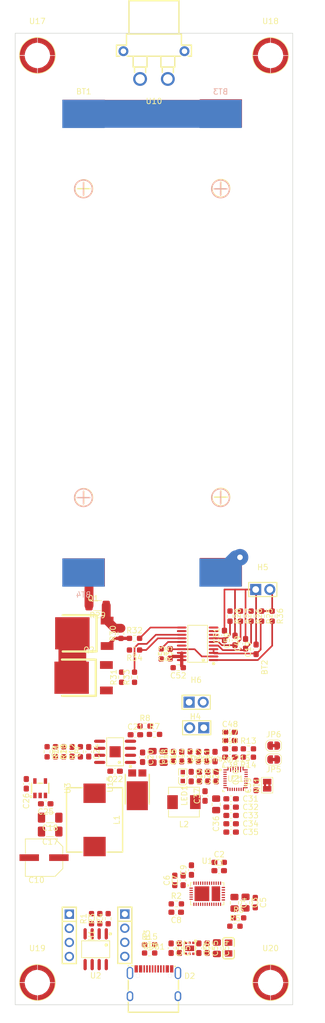
<source format=kicad_pcb>
(kicad_pcb (version 20240108) (generator "pcbnew") (generator_version "8.0")
  (layers (0 "F.Cu" signal) (1 "In1.Cu" signal) (2 "In2.Cu" signal) (31 "B.Cu" signal) (34 "B.Paste" user) (35 "F.Paste" user) (36 "B.SilkS" user "B.Silkscreen") (37 "F.SilkS" user "F.Silkscreen") (38 "B.Mask" user) (39 "F.Mask" user) (44 "Edge.Cuts" user))
  (net 0 "")
  (net 1 "-BATT")
  (net 2 "Net-(BT1-Pad2)")
  (net 3 "Net-(BT2-Pad2)")
  (net 4 "Net-(BT3-Pad2)")
  (net 5 "C_CC1")
  (net 6 "GND")
  (net 7 "PPHV")
  (net 8 "LDO_1V5")
  (net 9 "LDO_3V3")
  (net 10 "P3V3")
  (net 11 "PP5V")
  (net 12 "SYS")
  (net 13 "Net-(U16-VC4)")
  (net 14 "Net-(U4-SS)")
  (net 15 "Net-(U4-PH)")
  (net 16 "Net-(U4-BOOT)")
  (net 17 "Net-(C23-Pad2)")
  (net 18 "Net-(U4-COMP)")
  (net 19 "PMID")
  (net 20 "REGN")
  (net 21 "BTST1")
  (net 22 "AGND")
  (net 23 "Net-(U16-VC3)")
  (net 24 "Net-(U16-VC2)")
  (net 25 "Net-(U16-VC1)")
  (net 26 "Net-(U16-VDD)")
  (net 27 "Net-(U16-AVDD)")
  (net 28 "Net-(C54-Pad2)")
  (net 29 "VBUS")
  (net 30 "I2C_SCL")
  (net 31 "I2C_SDA")
  (net 32 "I2C1_SCL")
  (net 33 "I2C1_SDA")
  (net 34 "Net-(JP5-B)")
  (net 35 "Net-(JP6-B)")
  (net 36 "STAT")
  (net 37 "Net-(Q1-G)")
  (net 38 "Net-(Q1-D)")
  (net 39 "Net-(Q1-S)")
  (net 40 "Net-(Q2-G)")
  (net 41 "Net-(U2-A2)")
  (net 42 "Net-(U2-WP)")
  (net 43 "Net-(U2-A1)")
  (net 44 "Net-(U2-A0)")
  (net 45 "Net-(U4-EN)")
  (net 46 "Net-(R10-Pad2)")
  (net 47 "Net-(U4-VSENSE)")
  (net 48 "PROG")
  (net 49 "Net-(U16-DSG)")
  (net 50 "Net-(U16-CHG)")
  (net 51 "Net-(U16-LD)")
  (net 52 "Net-(U16-TS)")
  (net 53 "DRAIN")
  (net 54 "C_USB_P")
  (net 56 "C_USB_N")
  (net 64 "ILIM_HIZ")
  (net 87 "+BATT")
  (net 88 "Net-(U21-SW1)")
  (net 89 "Net-(U21-SW2)")
  (net 90 "Net-(U21-BTST2)")
  (net 91 "Net-(U21-SDRV)")
  (net 92 "Net-(R13-Pad1)")
  (net 97 "TS")
  (footprint "Capacitor_SMD:C_0603_1608Metric_Pad1.08x0.95mm_HandSolder" (layer "F.Cu") (at 138.655 152.1125)
    (property "Reference" "C21")
    (property "Value" "10nF/100V")
  )
  (footprint "Capacitor_SMD:C_0805_2012Metric_Pad1.18x1.45mm_HandSolder" (layer "F.Cu") (at 153.34 190.565 -90)
    (property "Reference" "C54")
    (property "Value" "4.7uF")
  )
  (footprint "Capacitor_SMD:C_0603_1608Metric_Pad1.08x0.95mm_HandSolder" (layer "F.Cu") (at 146.0075 184.08 180)
    (property "Reference" "C8")
    (property "Value" "0.1uF")
  )
  (footprint "easyeda2kicad:SMD_BD5.6-L5.6-W5.6-D4.1" (layer "F.Cu") (at 162.99 29.75)
    (property "Reference" "U18")
    (property "Value" "SMTSO3015CTJ")
  )
  (footprint "Capacitor_SMD:C_0603_1608Metric_Pad1.08x0.95mm_HandSolder" (layer "F.Cu") (at 147.000001 156.05 90)
    (property "Reference" "C45")
    (property "Value" "10uF/25V")
  )
  (footprint "Resistor_SMD:R_0603_1608Metric_Pad0.98x0.95mm_HandSolder" (layer "F.Cu") (at 128.75 155.1825 90)
    (property "Reference" "R12")
    (property "Value" "37.4k")
  )
  (footprint "Resistor_SMD:R_0603_1608Metric_Pad0.98x0.95mm_HandSolder" (layer "F.Cu") (at 143.3 137.55 -90)
    (property "Reference" "R35")
    (property "Value" "10k")
  )
  (footprint "Capacitor_SMD:C_0603_1608Metric_Pad1.08x0.95mm_HandSolder" (layer "F.Cu") (at 122.5 164.55 180)
    (property "Reference" "C25")
    (property "Value" "10uF")
  )
  (footprint "Capacitor_SMD:C_0603_1608Metric_Pad1.08x0.95mm_HandSolder" (layer "F.Cu") (at 135 158.6825 180)
    (property "Reference" "C22")
    (property "Value" "0.1uF")
  )
  (footprint "easyeda2kicad:IND-SMD_L11.6-W10.1" (layer "F.Cu") (at 131.3 167.45 -90)
    (property "Reference" "L1")
    (property "Value" "CYA1040-4.7UH")
  )
  (footprint "Capacitor_SMD:C_0603_1608Metric_Pad1.08x0.95mm_HandSolder" (layer "F.Cu") (at 154.7 134.23 90)
    (property "Reference" "C51")
    (property "Value" "100nF")
  )
  (footprint "Resistor_SMD:R_0603_1608Metric_Pad0.98x0.95mm_HandSolder" (layer "F.Cu") (at 141.22 191.43)
    (property "Reference" "R16")
    (property "Value" "2.2k")
  )
  (footprint "easyeda2kicad:IND-SMD_L5.4-W5.2" (layer "F.Cu") (at 147.4 164.25 180)
    (property "Reference" "L2")
    (property "Value" "APH0518T1R0M")
  )
  (footprint "easyeda2kicad:LED0603-RD" (layer "F.Cu") (at 147.2 159.65 90)
    (property "Reference" "LED1")
    (property "Value" "LTST-C190GKT")
  )
  (footprint "Capacitor_SMD:C_0805_2012Metric_Pad1.18x1.45mm_HandSolder" (layer "F.Cu") (at 141.75 156.1025 -90)
    (property "Reference" "C16")
    (property "Value" "4.7uF/50V")
  )
  (footprint "Capacitor_SMD:C_0603_1608Metric_Pad1.08x0.95mm_HandSolder" (layer "F.Cu") (at 160.25 182.35 -90)
    (property "Reference" "C5")
    (property "Value" "0.1uF")
  )
  (footprint "Capacitor_SMD:C_0603_1608Metric_Pad1.08x0.95mm_HandSolder" (layer "F.Cu") (at 119 160.95 90)
    (property "Reference" "C26")
    (property "Value" "10uF")
  )
  (footprint "Capacitor_SMD:C_0603_1608Metric_Pad1.08x0.95mm_HandSolder" (layer "F.Cu") (at 144.91 137.53 90)
    (property "Reference" "C53")
    (property "Value" "1uF")
  )
  (footprint "Resistor_SMD:R_0603_1608Metric_Pad0.98x0.95mm_HandSolder" (layer "F.Cu") (at 141.22 189.93)
    (property "Reference" "R15")
    (property "Value" "2.2k")
  )
  (footprint "Capacitor_SMD:C_0603_1608Metric_Pad1.08x0.95mm_HandSolder" (layer "F.Cu") (at 160.400001 161.25 90)
    (property "Reference" "C39")
    (property "Value" "1000pF/50V")
  )
  (footprint "easyeda2kicad:BATTERY-SMD_18650-1S-L77.1-W20.7-1" (layer "F.Cu") (at 154.05 81.5 180)
    (property "Reference" "BT2")
    (property "Value" "BH-18650-B1BA002")
  )
  (footprint "Resistor_SMD:R_0603_1608Metric_Pad0.98x0.95mm_HandSolder" (layer "F.Cu") (at 157.6 130.75 -90)
    (property "Reference" "R27")
    (property "Value" "1K")
  )
  (footprint "Resistor_SMD:R_0603_1608Metric_Pad0.98x0.95mm_HandSolder" (layer "F.Cu") (at 161.4 130.75 -90)
    (property "Reference" "R25")
    (property "Value" "1K")
  )
  (footprint "easyeda2kicad:BATTERY-SMD_18650-1S-L77.1-W20.7-1" (layer "F.Cu") (at 129.35 81.56)
    (property "Reference" "BT1")
    (property "Value" "BH-18650-B1BA002")
  )
  (footprint "easyeda2kicad:CAP-SMD_BD6.3-L6.6-W6.6-FD-A" (layer "F.Cu") (at 122.2 174.25 180)
    (property "Reference" "C10")
    (property "Value" "OVZ101M1CTR-0606")
  )
  (footprint "easyeda2kicad:USB-3.1-SMD_U262-161N-4BVC11" (layer "F.Cu") (at 142 196.75)
    (property "Reference" "USB1")
    (property "Value" "U262-16XN-4BVC11")
  )
  (footprint "Capacitor_SMD:C_0603_1608Metric_Pad1.08x0.95mm_HandSolder" (layer "F.Cu") (at 148.500001 155.9875 90)
    (property "Reference" "C44")
    (property "Value" "10uF/25V")
  )
  (footprint "Resistor_SMD:R_0603_1608Metric_Pad0.98x0.95mm_HandSolder" (layer "F.Cu") (at 159.5 130.75 -90)
    (property "Reference" "R26")
    (property "Value" "1K")
  )
  (footprint "Capacitor_SMD:C_0603_1608Metric_Pad1.08x0.95mm_HandSolder" (layer "F.Cu") (at 155.700001 156.15 180)
    (property "Reference" "C38")
    (property "Value" "0.047uF")
  )
  (footprint "Capacitor_SMD:C_0603_1608Metric_Pad1.08x0.95mm_HandSolder" (layer "F.Cu") (at 148.75 176.4875 90)
    (property "Reference" "C9")
    (property "Value" "10uF")
  )
  (footprint "Capacitor_SMD:C_0805_2012Metric_Pad1.18x1.45mm_HandSolder" (layer "F.Cu") (at 156.5 182.3875 -90)
    (property "Reference" "C4")
    (property "Value" "22uF")
  )
  (footprint "Capacitor_SMD:C_0603_1608Metric_Pad1.08x0.95mm_HandSolder" (layer "F.Cu") (at 130.25 155.1825 -90)
    (property "Reference" "C24")
    (property "Value" "22pF/50V")
  )
  (footprint "Capacitor_SMD:C_0603_1608Metric_Pad1.08x0.95mm_HandSolder" (layer "F.Cu") (at 127.25 155.1825 90)
    (property "Reference" "C23")
    (property "Value" "2.2nF/100V")
  )
  (footprint "Resistor_SMD:R_0603_1608Metric_Pad0.98x0.95mm_HandSolder" (layer "F.Cu") (at 130.75 185.25 90)
    (property "Reference" "R1")
    (property "Value" "10k")
  )
  (footprint "easyeda2kicad:WSON-6_L2.0-W2.0-P0.65-BL-EP" (layer "F.Cu") (at 148.44 190.585 180)
    (property "Reference" "D2")
    (property "Value" "TVS2200DRVR")
  )
  (footprint "Resistor_SMD:R_0603_1608Metric_Pad0.98x0.95mm_HandSolder" (layer "F.Cu") (at 159 156.15 180)
    (property "Reference" "R14")
    (property "Value" "17.4k")
  )
  (footprint "easyeda2kicad:SMD_BD5.6-L5.6-W5.6-D4.1" (layer "F.Cu") (at 120.99 196.75)
    (property "Reference" "U19")
    (property "Value" "SMTSO3015CTJ")
  )
  (footprint "Capacitor_SMD:C_0805_2012Metric_Pad1.18x1.45mm_HandSolder" (layer "F.Cu") (at 153.2 164.65 90)
    (property "Reference" "C36")
    (property "Value" "4.7uF/25V")
  )
  (footprint "easyeda2kicad:SOT-23-5_L3.0-W1.7-P0.95-LS2.8-BR" (layer "F.Cu") (at 121.5 161.75 -90)
    (property "Reference" "U3")
    (property "Value" "TLV75533PDBVR")
  )
  (footprint "easyeda2kicad:HDR-TH_2P-P2.54-V-M" (layer "F.Cu") (at 149.7 150.85 180)
    (property "Reference" "H4")
    (property "Value" "PZ254V-11-02P")
  )
  (footprint "Resistor_SMD:R_0603_1608Metric_Pad0.98x0.95mm_HandSolder" (layer "F.Cu") (at 122.75 155.1825 -90)
    (property "Reference" "R9")
    (property "Value" "51.1k")
  )
  (footprint "Capacitor_SMD:C_1206_3216Metric_Pad1.33x1.80mm_HandSolder" (layer "F.Cu") (at 123.3 167.05 180)
    (property "Reference" "C18")
    (property "Value" "47uF")
  )
  (footprint "Jumper:SolderJumper-2_P1.3mm_Bridged2Bar_Pad1.0x1.5mm" (layer "F.Cu") (at 162.400001 161.2 90)
    (property "Reference" "NT1")
    (property "Value" "NetTie_2")
  )
  (footprint "easyeda2kicad:SOIC-8_L5.0-W4.0-P1.27-LS6.0-BL-EP2.0" (layer "F.Cu") (at 135 155.1825 90)
    (property "Reference" "U4")
    (property "Value" "TPS54531DDAR")
  )
  (footprint "Capacitor_SMD:C_0603_1608Metric_Pad1.08x0.95mm_HandSolder" (layer "F.Cu") (at 156.6 135.1225 90)
    (property "Reference" "C50")
    (property "Value" "100nF")
  )
  (footprint "easyeda2kicad:HDR-TH_2P-P2.54-V-M" (layer "F.Cu") (at 149.6 146.25)
    (property "Reference" "H6")
    (property "Value" "PZ254V-11-02P")
  )
  (footprint "Capacitor_SMD:C_0603_1608Metric_Pad1.08x0.95mm_HandSolder" (layer "F.Cu") (at 146.59 190.565 -90)
    (property "Reference" "C57")
    (property "Value" "0.01uF")
  )
  (footprint "Resistor_SMD:R_0603_1608Metric_Pad0.98x0.95mm_HandSolder" (layer "F.Cu") (at 163.3 130.75 -90)
    (property "Reference" "R36")
    (property "Value" "100R")
  )
  (footprint "Capacitor_SMD:C_0603_1608Metric_Pad1.08x0.95mm_HandSolder" (layer "F.Cu") (at 150.000001 156.05 90)
    (property "Reference" "C43")
    (property "Value" "10uF/25V")
  )
  (footprint "Capacitor_SMD:C_0603_1608Metric_Pad1.08x0.95mm_HandSolder" (layer "F.Cu") (at 155.9 168.15)
    (property "Reference" "C34")
    (property "Value" "xxx10uF")
  )
  (footprint "Resistor_SMD:R_0603_1608Metric_Pad0.98x0.95mm_HandSolder" (layer "F.Cu") (at 133.75 185.25 90)
    (property "Reference" "R4")
    (property "Value" "10k")
  )
  (footprint "Capacitor_SMD:C_0603_1608Metric_Pad1.08x0.95mm_HandSolder" (layer "F.Cu") (at 155.9 165.15)
    (property "Reference" "C32")
    (property "Value" "10uF")
  )
  (footprint "easyeda2kicad:SMD_BD5.6-L5.6-W5.6-D4.1" (layer "F.Cu") (at 163 196.75)
    (property "Reference" "U20")
    (property "Value" "SMTSO3015CTJ")
  )
  (footprint "Resistor_SMD:R_0603_1608Metric_Pad0.98x0.95mm_HandSolder" (layer "F.Cu") (at 146.37 140.03 180)
    (property "Reference" "C52")
    (property "Value" "1uF" (hide yes))
  )
  (footprint "easyeda2kicad:SOIC-8_L4.9-W3.9-P1.27-LS6.0-BL" (layer "F.Cu") (at 131.5 190.75 180)
    (property "Reference" "U2")
    (property "Value" "CAT24C256WI-GT3")
  )
  (footprint "Capacitor_SMD:C_0603_1608Metric_Pad1.08x0.95mm_HandSolder" (layer "F.Cu") (at 160.4 136.73 90)
    (property "Reference" "C19")
    (property "Value" "100nF")
  )
  (footprint "Capacitor_SMD:C_0603_1608Metric_Pad1.08x0.95mm_HandSolder" (layer "F.Cu") (at 158.5 135.73 90)
    (property "Reference" "C49")
    (property "Value" "100nF")
  )
  (footprint "easyeda2kicad:HDR-TH_4P-P2.54-V-M" (layer "F.Cu") (at 126.75 188.25 -90)
    (property "Reference" "H1")
    (property "Value" "DZ254R-11-04-63")
  )
  (footprint "Resistor_SMD:R_0603_1608Metric_Pad0.98x0.95mm_HandSolder" (layer "F.Cu") (at 156.5875 186.6)
    (property "Reference" "R5")
    (property "Value" "2.2k")
  )
  (footprint "Resistor_SMD:R_0603_1608Metric_Pad0.98x0.95mm_HandSolder" (layer "F.Cu") (at 132.25 185.25 90)
    (property "Reference" "R3")
    (property "Value" "10k")
  )
  (footprint "Resistor_SMD:R_0603_1608Metric_Pad0.98x0.95mm_HandSolder" (layer "F.Cu") (at 138.5 136.85 180)
    (property "Reference" "R34")
    (property "Value" "450k")
  )
  (footprint "Capacitor_SMD:C_0603_1608Metric_Pad1.08x0.95mm_HandSolder" (layer "F.Cu") (at 150.2 159.65 -90)
    (property "Reference" "C28")
    (property "Value" "10uF")
  )
  (footprint "easyeda2kicad:L0805" (layer "F.Cu") (at 155.44 190.535 90)
    (property "Reference" "L3")
    (property "Value" "BLM21PG220SN1D")
  )
  (footprint "Resistor_SMD:R_0603_1608Metric_Pad0.98x0.95mm_HandSolder" (layer "F.Cu") (at 157.25 185.1)
    (property "Reference" "R6")
    (property "Value" "2.2k")
  )
  (footprint "Capacitor_SMD:C_0805_2012Metric_Pad1.18x1.45mm_HandSolder" (layer "F.Cu") (at 158.5 182.35 -90)
    (property "Reference" "C3")
    (property "Value" "22uF")
  )
  (footprint "Resistor_SMD:R_0603_1608Metric_Pad0.98x0.95mm_HandSolder" (layer "F.Cu") (at 146.0325 182.58)
    (property "Reference" "R2")
    (property "Value" "10k")
  )
  (footprint "Capacitor_SMD:C_1206_3216Metric_Pad1.33x1.80mm_HandSolder" (layer "F.Cu") (at 123.3 169.55 180)
    (property "Reference" "C17")
    (property "Value" "47uF")
  )
  (footprint "BQ25798RQMR:RQM0029A-MFG" (layer "F.Cu") (at 156.7 160.05)
    (property "Reference" "U21")
    (property "Value" "BQ25798RQMR")
  )
  (footprint "easyeda2kicad:TO-252-3_L6.5-W6.1-P4.58-LS9.9-BR" (layer "F.Cu") (at 130.43 133.84)
    (property "Reference" "Q1")
    (property "Value" "AOD424")
  )
  (footprint "Capacitor_SMD:C_0603_1608Metric_Pad1.08x0.95mm_HandSolder" (layer "F.Cu") (at 153.75 175.1)
    (property "Reference" "C2")
    (property "Value" "330pF")
  )
  (footprint "Capacitor_SMD:C_0603_1608Metric_Pad1.08x0.95mm_HandSolder" (layer "F.Cu") (at 153.2 159.65 -90)
    (property "Reference" "C30")
    (property "Value" "0.1uF")
  )
  (footprint "Resistor_SMD:R_0603_1608Metric_Pad0.98x0.95mm_HandSolder" (layer "F.Cu") (at 136.17 141.75 90)
    (property "Reference" "R31")
    (property "Value" "100k")
  )
  (footprint "easyeda2kicad:TO-252-3_L6.5-W6.1-P4.58-LS9.9-BR" (layer "F.Cu") (at 130.3 141.84)
    (property "Reference" "Q2")
    (property "Value" "AOD424")
  )
  (footprint "Resistor_SMD:R_0603_1608Metric_Pad0.98x0.95mm_HandSolder" (layer "F.Cu") (at 140.3875 150.55)
    (property "Reference" "R8")
    (property "Value" "76k")
  )
  (footprint "Resistor_SMD:R_0603_1608Metric_Pad0.98x0.95mm_HandSolder" (layer "F.Cu") (at 159.012501 154.65)
    (property "Reference" "R13")
    (property "Value" "100")
  )
  (footprint "Resistor_SMD:R_0603_1608Metric_Pad0.98x0.95mm_HandSolder" (layer "F.Cu") (at 124.25 155.1825 -90)
    (property "Reference" "R10")
    (property "Value" "10.2k")
  )
  (footprint "Resistor_SMD:R_0603_1608Metric_Pad0.98x0.95mm_HandSolder" (layer "F.Cu") (at 125.75 155.1825 90)
    (property "Reference" "R11")
    (property "Value" "1.96k")
  )
  (footprint "easyeda2kicad:HDR-TH_4P-P2.54-V-M" (layer "F.Cu") (at 136.75 188.23 -90)
    (property "Reference" "H3")
    (property "Value" "DZ254R-11-04-63")
  )
  (footprint "Capacitor_SMD:C_0603_1608Metric_Pad1.08x0.95mm_HandSolder" (layer "F.Cu") (at 145.500001 156.05 90)
    (property "Reference" "C46")
    (property "Value" "10uF/25V")
  )
  (footprint "easyeda2kicad:HDR-TH_2P-P2.54-V-M" (layer "F.Cu") (at 161.6 125.95)
    (property "Reference" "H5")
    (property "Value" "PZ254V-11-02P")
  )
  (footprint "easyeda2kicad:TO-277_3P-L5.4-W4.0-LS6.5-TR" (layer "F.Cu") (at 139 161.05 90)
    (property "Reference" "U15")
    (property "Value" "SB1045L_C2844167")
  )
  (footprint "Capacitor_SMD:C_0603_1608Metric_Pad1.08x0.95mm_HandSolder" (layer "F.Cu") (at 148.7 159.65 -90)
    (property "Reference" "C29")
    (property "Value" "10uF")
  )
  (footprint "Capacitor_SMD:C_0603_1608Metric_Pad1.08x0.95mm_HandSolder" (layer "F.Cu") (at 153.75 176.6)
    (property "Reference" "C1")
    (property "Value" "330pF")
  )
  (footprint "Resistor_SMD:R_0603_1608Metric_Pad0.98x0.95mm_HandSolder" (layer "F.Cu") (at 138.5 141.7525 90)
    (property "Reference" "R33")
    (property "Value" "1k")
  )
  (footprint "Capacitor_SMD:C_0603_1608Metric_Pad1.08x0.95mm_HandSolder" (layer "F.Cu") (at 153.000001 156.05 90)
    (property "Reference" "C41")
    (property "Value" "0.1uF/50V")
  )
  (footprint "Resistor_SMD:R_1206_3216Metric_Pad1.30x1.75mm_HandSolder" (layer "F.Cu") (at 131.85 128.84)
    (property "Reference" "R29")
    (property "Value" "13m")
  )
  (footprint "easyeda2kicad:SMD_BD5.6-L5.6-W5.6-D4.1" (layer "F.Cu") (at 120.99 29.75)
    (property "Reference" "U17")
    (property "Value" "SMTSO3015CTJ")
  )
  (footprint "Resistor_SMD:R_0603_1608Metric_Pad0.98x0.95mm_HandSolder" (layer "F.Cu") (at 155.7 130.75 -90)
    (property "Reference" "R28")
    (property "Value" "1K")
  )
  (footprint "Resistor_SMD:R_0603_1608Metric_Pad0.98x0.95mm_HandSolder" (layer "F.Cu") (at 142.1 152.05)
    (property "Reference" "R7")
    (property "Value" "665k")
  )
  (footprint "Capacitor_SMD:C_0603_1608Metric_Pad1.08x0.95mm_HandSolder" (layer "F.Cu") (at 155.9 163.65)
    (property "Reference" "C31")
    (property "Value" "0.1uF")
  )
  (footprint "Capacitor_SMD:C_0603_1608Metric_Pad1.08x0.95mm_HandSolder" (layer "F.Cu") (at 155.700001 151.65)
    (property "Reference" "C48")
    (property "Value" "10uF")
  )
  (footprint "Capacitor_SMD:C_0603_1608Metric_Pad1.08x0.95mm_HandSolder" (layer "F.Cu") (at 145.09 190.565 -90)
    (property "Reference" "C58")
    (property "Value" "0.01uF")
  )
  (footprint "easyeda2kicad:QFN-38_L6.0-W4.0-P0.40-TL-EP_RJK" (layer "F.Cu") (at 151.6 180.75)
    (property "Reference" "U1")
    (property "Value" "TPS25750DRJKR")
  )
  (footprint "easyeda2kicad:TSSOP-20_L6.5-W4.4-P0.65-LS6.4-BL" (layer "F.Cu") (at 149.87 135.73 90)
    (property "Reference" "U16" (hide yes))
    (property "Value" "BQ7790400PWR")
  )
  (footprint "easyeda2kicad:CONN-TH_XT30PW-F-1" (layer "F.Cu") (at 142 31.4875 180)
    (property "Reference" "U10")
    (property "Value" "XT30PW-F")
  )
  (footprint "Capacitor_SMD:C_0603_1608Metric_Pad1.08x0.95mm_HandSolder" (layer "F.Cu") (at 151.59 190.565 -90)
    (property "Reference" "C55")
    (property "Value" "0.01uF")
  )
  (footprint "Resistor_SMD:R_0603_1608Metric_Pad0.98x0.95mm_HandSolder" (layer "F.Cu") (at 136.05 133.84 90)
    (property "Reference" "R30")
    (property "Value" "100k")
  )
  (footprint "Capacitor_SMD:C_0603_1608Metric_Pad1.08x0.95mm_HandSolder" (layer "F.Cu") (at 155.9 169.65)
    (property "Reference" "C35")
    (property "Value" "xxx10uF")
  )
  (footprint "Capacitor_SMD:C_0603_1608Metric_Pad1.08x0.95mm_HandSolder" (layer "F.Cu") (at 145.75 178.35 90)
    (property "Reference" "C6")
    (property "Value" "10uF")
  )
  (footprint "Capacitor_SMD:C_0603_1608Metric_Pad1.08x0.95mm_HandSolder" (layer "F.Cu") (at 151.2 163.15 90)
    (property "Reference" "C37")
    (property "Value" "0.047uF")
  )
  (footprint "Capacitor_SMD:C_0603_1608Metric_Pad1.08x0.95mm_HandSolder" (layer "F.Cu") (at 147.25 178.35 90)
    (property "Reference" "C7")
    (property "Value" "10uF")
  )
  (footprint "Resistor_SMD:R_0603_1608Metric_Pad0.98x0.95mm_HandSolder" (layer "F.Cu") (at 138.5 134.75)
    (property "Reference" "R32")
    (property "Value" "1k")
  )
  (footprint "Capacitor_SMD:C_0603_1608Metric_Pad1.08x0.95mm_HandSolder" (layer "F.Cu") (at 150.09 190.565 -90)
    (property "Reference" "C56")
    (property "Value" "0.01uF")
  )
  (footprint "Capacitor_SMD:C_0603_1608Metric_Pad1.08x0.95mm_HandSolder" (layer "F.Cu") (at 151.500001 156.05 90)
    (property "Reference" "C42")
    (property "Value" "10uF")
  )
  (footprint "Jumper:SolderJumper-2_P1.3mm_Bridged_RoundedPad1.0x1.5mm" (layer "F.Cu") (at 163.57 154.07 180)
    (property "Reference" "JP6")
    (property "Value" "SolderJumper_2_Bridged")
  )
  (footprint "Capacitor_SMD:C_0603_1608Metric_Pad1.08x0.95mm_HandSolder" (layer "F.Cu") (at 155.700001 153.15)
    (property "Reference" "C47")
    (property "Value" "10uF")
  )
  (footprint "Capacitor_SMD:C_0603_1608Metric_Pad1.08x0.95mm_HandSolder" (layer "F.Cu") (at 139.95 156.165 -90)
    (property "Reference" "C20")
    (property "Value" "10nF/50V")
  )
  (footprint "Jumper:SolderJumper-2_P1.3mm_Bridged_RoundedPad1.0x1.5mm" (layer "F.Cu") (at 163.57 156.57 180)
    (property "Reference" "JP5")
    (property "Value" "SolderJumper_2_Bridged")
  )
  (footprint "Capacitor_SMD:C_0805_2012Metric_Pad1.18x1.45mm_HandSolder" (layer "F.Cu") (at 143.75 156.1025 -90)
    (property "Reference" "C15")
    (property "Value" "4.7uF/50V")
  )
  (footprint "Capacitor_SMD:C_0603_1608Metric_Pad1.08x0.95mm_HandSolder" (layer "F.Cu") (at 155.9 166.65)
    (property "Reference" "C33")
    (property "Value" "10uF")
  )
  (footprint "Capacitor_SMD:C_0603_1608Metric_Pad1.08x0.95mm_HandSolder" (layer "F.Cu") (at 151.7 159.65 -90)
    (property "Reference" "C27")
    (property "Value" "10uF")
  )
  (footprint "Capacitor_SMD:C_0603_1608Metric_Pad1.08x0.95mm_HandSolder" (layer "F.Cu") (at 155.700001 154.65)
    (property "Reference" "C40")
    (property "Value" "0.1uF")
  )
  (footprint "easyeda2kicad:BATTERY-SMD_18650-1S-L77.1-W20.7-1" (layer "B.Cu") (at 129.3 81.59)
    (property "Reference" "BT4")
    (property "Value" "BH-18650-B1BA002")
  )
  (footprint "easyeda2kicad:BATTERY-SMD_18650-1S-L77.1-W20.7-1" (layer "B.Cu") (at 154 81.59 180)
    (property "Reference" "BT3")
    (property "Value" "BH-18650-B1BA002")
  )
  (gr_rect (start 117 25.75) (end 167 200.75) (stroke (width 0.1)) (fill none) (layer "Edge.Cuts"))
  (segment (start 147 138.66) (end 147 139.7475) (width 0.6) (layer "F.Cu") (net 1))
  (segment (start 130.3 128.84) (end 130.3 123.82) (width 1.6) (layer "F.Cu") (net 1))
  (segment (start 160.4 135.8675) (end 160.4 126.02) (width 0.3) (layer "F.Cu") (net 1))
  (segment (start 145.2925 138.01) (end 144.91 138.3925) (width 0.6) (layer "F.Cu") (net 1))
  (segment (start 147 138.66) (end 147 137.39) (width 0.6) (layer "F.Cu") (net 1))
  (segment (start 147 139.7475) (end 147.2825 140.03) (width 0.6) (layer "F.Cu") (net 1))
  (segment (start 154.7 125.95) (end 157.96 125.95) (width 0.3) (layer "F.Cu") (net 1))
  (segment (start 160.4 126.02) (end 160.33 125.95) (width 0.3) (layer "F.Cu") (net 1))
  (segment (start 154.7 133.3675) (end 154.7 125.95) (width 0.3) (layer "F.Cu") (net 1))
  (segment (start 158.5 134.8675) (end 158.5 125.95) (width 0.3) (layer "F.Cu") (net 1))
  (segment (start 147 138.01) (end 145.2925 138.01) (width 0.6) (layer "F.Cu") (net 1))
  (segment (start 156.6 125.95) (end 157.96 125.95) (width 0.3) (layer "F.Cu") (net 1))
  (segment (start 156.6 134.26) (end 156.6 125.95) (width 0.3) (layer "F.Cu") (net 1))
  (segment (start 158.5 125.95) (end 160.33 125.95) (width 0.3) (layer "F.Cu") (net 1))
  (segment (start 157.96 125.95) (end 160.33 125.95) (width 0.3) (layer "F.Cu") (net 1))
  (segment (start 130.3 123.82) (end 129.35 122.87) (width 1.6) (layer "F.Cu") (net 1))
  (segment (start 129.35 40.25) (end 153.99 40.25) (width 5) (layer "F.Cu") (net 2))
  (segment (start 153.99 40.25) (end 154.05 40.19) (width 5) (layer "F.Cu") (net 2))
  (segment (start 154.84 122.81) (end 157.5 120.15) (width 2.5) (layer "F.Cu") (net 3))
  (segment (start 154.05 122.81) (end 154.84 122.81) (width 2.5) (layer "F.Cu") (net 3))
  (via (at 157.5 120.15) (size 3) (drill 1) (layers "F.Cu" "B.Cu") (net 3))
  (segment (start 157.5 120.15) (end 156.75 120.15) (width 2.5) (layer "B.Cu") (net 3))
  (segment (start 156.75 120.15) (end 154 122.9) (width 2.5) (layer "B.Cu") (net 3))
  (segment (start 129.3 40.28) (end 154 40.28) (width 5) (layer "B.Cu") (net 4))
  (segment (start 161.225 131.8375) (end 161.4 131.6625) (width 0.3) (layer "F.Cu") (net 13))
  (segment (start 160.4 137.5925) (end 161.225 136.7675) (width 0.3) (layer "F.Cu") (net 13))
  (segment (start 152.74 136.71) (end 152.74 137.36) (width 0.3) (layer "F.Cu") (net 13))
  (segment (start 161.225 136.7675) (end 161.225 131.8375) (width 0.3) (layer "F.Cu") (net 13))
  (segment (start 152.74 137.36) (end 152.86 137.48) (width 0.3) (layer "F.Cu") (net 13))
  (segment (start 160.2875 137.48) (end 160.4 137.5925) (width 0.3) (layer "F.Cu") (net 13))
  (segment (start 152.86 137.48) (end 160.2875 137.48) (width 0.3) (layer "F.Cu") (net 13))
  (segment (start 152.74 136.05) (end 153.575462 136.05) (width 0.3) (layer "F.Cu") (net 23))
  (segment (start 153.575462 136.05) (end 153.717568 136.192107) (width 0.3) (layer "F.Cu") (net 23))
  (segment (start 158.5 136.5925) (end 159.5 135.5925) (width 0.3) (layer "F.Cu") (net 23))
  (segment (start 154.397961 136.8725) (end 158.22 136.8725) (width 0.3) (layer "F.Cu") (net 23))
  (segment (start 153.717568 136.192107) (end 154.397961 136.8725) (width 0.3) (layer "F.Cu") (net 23))
  (segment (start 157.405 136.8475) (end 157.66 136.5925) (width 0.25) (layer "F.Cu") (net 23))
  (segment (start 158.22 136.8725) (end 158.5 136.5925) (width 0.3) (layer "F.Cu") (net 23))
  (segment (start 159.5 135.5925) (end 159.5 131.6625) (width 0.3) (layer "F.Cu") (net 23))
  (segment (start 156.6 135.985) (end 157.6 134.985) (width 0.3) (layer "F.Cu") (net 24))
  (segment (start 153.632568 135.4) (end 154.217568 135.985) (width 0.3) (layer "F.Cu") (net 24))
  (segment (start 154.217568 135.985) (end 156.6 135.985) (width 0.3) (layer "F.Cu") (net 24))
  (segment (start 152.74 135.4) (end 153.632568 135.4) (width 0.3) (layer "F.Cu") (net 24))
  (segment (start 157.6 134.985) (end 157.6 131.6625) (width 0.3) (layer "F.Cu") (net 24))
  (segment (start 154.3575 134.75) (end 154.7 135.0925) (width 0.3) (layer "F.Cu") (net 25))
  (segment (start 154.7 135.0925) (end 155.7 134.0925) (width 0.3) (layer "F.Cu") (net 25))
  (segment (start 155.7 134.0925) (end 155.7 131.6625) (width 0.3) (layer "F.Cu") (net 25))
  (segment (start 152.74 134.75) (end 154.3575 134.75) (width 0.3) (layer "F.Cu") (net 25))
  (segment (start 163.3 136.067432) (end 163.3 131.6625) (width 0.3) (layer "F.Cu") (net 26))
  (segment (start 152.74 138.66) (end 160.707432 138.66) (width 0.3) (layer "F.Cu") (net 26))
  (segment (start 160.707432 138.66) (end 163.3 136.067432) (width 0.3) (layer "F.Cu") (net 26))
  (segment (start 152.74 138.01) (end 150.627432 138.01) (width 0.3) (layer "F.Cu") (net 27))
  (segment (start 150.627432 138.01) (end 149.327432 136.71) (width 0.3) (layer "F.Cu") (net 27))
  (segment (start 144.9525 136.71) (end 144.91 136.6675) (width 0.3) (layer "F.Cu") (net 27))
  (segment (start 147 136.71) (end 144.9525 136.71) (width 0.3) (layer "F.Cu") (net 27))
  (segment (start 149.327432 136.71) (end 147 136.71) (width 0.3) (layer "F.Cu") (net 27))
  (segment (start 136.05 134.7525) (end 134.9375 134.7525) (width 0.6) (layer "F.Cu") (net 37))
  (segment (start 136.0525 134.75) (end 136.05 134.7525) (width 0.6) (layer "F.Cu") (net 37))
  (segment (start 137.5875 134.75) (end 136.0525 134.75) (width 0.6) (layer "F.Cu") (net 37))
  (segment (start 134.9375 134.7525) (end 133.56 136.13) (width 0.6) (layer "F.Cu") (net 37))
  (segment (start 127.3 141.71) (end 127.17 141.84) (width 5) (layer "F.Cu") (net 38))
  (segment (start 127.3 133.84) (end 127.3 141.71) (width 5) (layer "F.Cu") (net 38))
  (segment (start 136.05 132.9275) (end 134.9375 132.9275) (width 1.6) (layer "F.Cu") (net 39))
  (segment (start 134.9375 132.9275) (end 133.56 131.55) (width 1.6) (layer "F.Cu") (net 39))
  (segment (start 133.4 131.39) (end 133.56 131.55) (width 1.6) (layer "F.Cu") (net 39))
  (segment (start 133.4 128.84) (end 133.4 131.39) (width 1.6) (layer "F.Cu") (net 39))
  (segment (start 147 132.8) (end 141.3625 132.8) (width 0.3) (layer "F.Cu") (net 49))
  (segment (start 141.3625 132.8) (end 139.4125 134.75) (width 0.3) (layer "F.Cu") (net 49))
  (segment (start 140.7 135.75) (end 139.187568 135.75) (width 0.3) (layer "F.Cu") (net 50))
  (segment (start 138.5 136.437568) (end 138.5 140.84) (width 0.3) (layer "F.Cu") (net 50))
  (segment (start 147 134.1) (end 142.35 134.1) (width 0.3) (layer "F.Cu") (net 50))
  (segment (start 139.187568 135.75) (end 138.5 136.437568) (width 0.3) (layer "F.Cu") (net 50))
  (segment (start 142.35 134.1) (end 140.7 135.75) (width 0.3) (layer "F.Cu") (net 50))
  (segment (start 142.7 134.75) (end 140.6 136.85) (width 0.3) (layer "F.Cu") (net 51))
  (segment (start 147 134.75) (end 142.7 134.75) (width 0.3) (layer "F.Cu") (net 51))
  (segment (start 140.6 136.85) (end 139.4125 136.85) (width 0.3) (layer "F.Cu") (net 51))
  (segment (start 144.5375 135.4) (end 143.3 136.6375) (width 0.3) (layer "F.Cu") (net 52))
  (segment (start 147 135.4) (end 144.5375 135.4) (width 0.3) (layer "F.Cu") (net 52))
  (segment (start 161.4 129.8375) (end 163.3 129.8375) (width 0.3) (layer "F.Cu") (net 87))
  (segment (start 163.3 129.8375) (end 163.3 126.38) (width 0.3) (layer "F.Cu") (net 87))
  (segment (start 163.3 126.38) (end 162.87 125.95) (width 0.3) (layer "F.Cu") (net 87))
)
</source>
